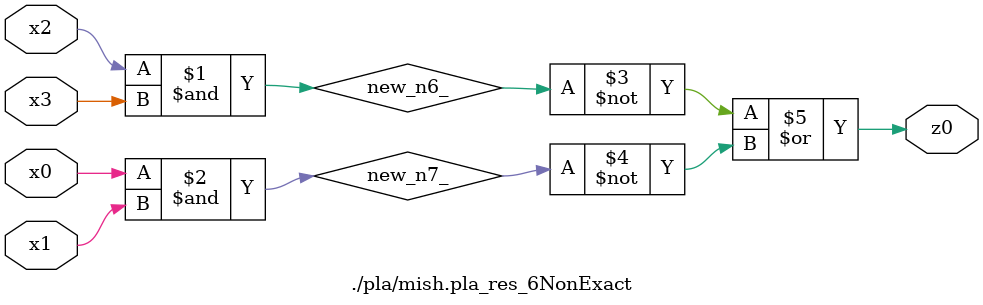
<source format=v>

module \./pla/mish.pla_res_6NonExact  ( 
    x0, x1, x2, x3,
    z0  );
  input  x0, x1, x2, x3;
  output z0;
  wire new_n6_, new_n7_;
  assign new_n6_ = x2 & x3;
  assign new_n7_ = x0 & x1;
  assign z0 = ~new_n6_ | ~new_n7_;
endmodule



</source>
